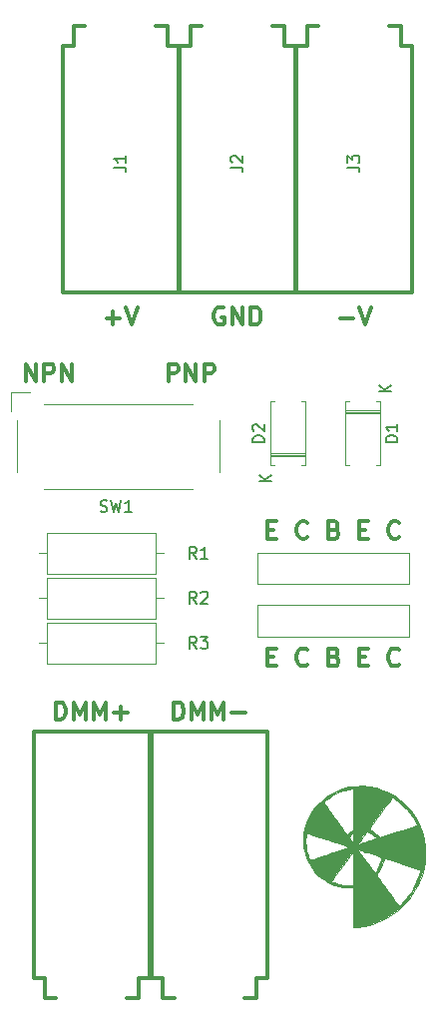
<source format=gto>
%TF.GenerationSoftware,KiCad,Pcbnew,(5.1.8-0-10_14)*%
%TF.CreationDate,2021-07-14T10:20:26+01:00*%
%TF.ProjectId,transistor-matcher,7472616e-7369-4737-946f-722d6d617463,rev?*%
%TF.SameCoordinates,Original*%
%TF.FileFunction,Legend,Top*%
%TF.FilePolarity,Positive*%
%FSLAX46Y46*%
G04 Gerber Fmt 4.6, Leading zero omitted, Abs format (unit mm)*
G04 Created by KiCad (PCBNEW (5.1.8-0-10_14)) date 2021-07-14 10:20:26*
%MOMM*%
%LPD*%
G01*
G04 APERTURE LIST*
%ADD10C,0.300000*%
%ADD11C,0.010000*%
%ADD12C,0.120000*%
%ADD13C,0.150000*%
G04 APERTURE END LIST*
D10*
X96964285Y-96678571D02*
X96964285Y-95178571D01*
X97321428Y-95178571D01*
X97535714Y-95250000D01*
X97678571Y-95392857D01*
X97750000Y-95535714D01*
X97821428Y-95821428D01*
X97821428Y-96035714D01*
X97750000Y-96321428D01*
X97678571Y-96464285D01*
X97535714Y-96607142D01*
X97321428Y-96678571D01*
X96964285Y-96678571D01*
X98464285Y-96678571D02*
X98464285Y-95178571D01*
X98964285Y-96250000D01*
X99464285Y-95178571D01*
X99464285Y-96678571D01*
X100178571Y-96678571D02*
X100178571Y-95178571D01*
X100678571Y-96250000D01*
X101178571Y-95178571D01*
X101178571Y-96678571D01*
X101892857Y-96107142D02*
X103035714Y-96107142D01*
X86964285Y-96678571D02*
X86964285Y-95178571D01*
X87321428Y-95178571D01*
X87535714Y-95250000D01*
X87678571Y-95392857D01*
X87750000Y-95535714D01*
X87821428Y-95821428D01*
X87821428Y-96035714D01*
X87750000Y-96321428D01*
X87678571Y-96464285D01*
X87535714Y-96607142D01*
X87321428Y-96678571D01*
X86964285Y-96678571D01*
X88464285Y-96678571D02*
X88464285Y-95178571D01*
X88964285Y-96250000D01*
X89464285Y-95178571D01*
X89464285Y-96678571D01*
X90178571Y-96678571D02*
X90178571Y-95178571D01*
X90678571Y-96250000D01*
X91178571Y-95178571D01*
X91178571Y-96678571D01*
X91892857Y-96107142D02*
X93035714Y-96107142D01*
X92464285Y-96678571D02*
X92464285Y-95535714D01*
X101219142Y-61734000D02*
X101076285Y-61662571D01*
X100862000Y-61662571D01*
X100647714Y-61734000D01*
X100504857Y-61876857D01*
X100433428Y-62019714D01*
X100362000Y-62305428D01*
X100362000Y-62519714D01*
X100433428Y-62805428D01*
X100504857Y-62948285D01*
X100647714Y-63091142D01*
X100862000Y-63162571D01*
X101004857Y-63162571D01*
X101219142Y-63091142D01*
X101290571Y-63019714D01*
X101290571Y-62519714D01*
X101004857Y-62519714D01*
X101933428Y-63162571D02*
X101933428Y-61662571D01*
X102790571Y-63162571D01*
X102790571Y-61662571D01*
X103504857Y-63162571D02*
X103504857Y-61662571D01*
X103862000Y-61662571D01*
X104076285Y-61734000D01*
X104219142Y-61876857D01*
X104290571Y-62019714D01*
X104362000Y-62305428D01*
X104362000Y-62519714D01*
X104290571Y-62805428D01*
X104219142Y-62948285D01*
X104076285Y-63091142D01*
X103862000Y-63162571D01*
X103504857Y-63162571D01*
X111053714Y-62591142D02*
X112196571Y-62591142D01*
X112696571Y-61662571D02*
X113196571Y-63162571D01*
X113696571Y-61662571D01*
X91241714Y-62591142D02*
X92384571Y-62591142D01*
X91813142Y-63162571D02*
X91813142Y-62019714D01*
X92884571Y-61662571D02*
X93384571Y-63162571D01*
X93884571Y-61662571D01*
X96496428Y-67988571D02*
X96496428Y-66488571D01*
X97067857Y-66488571D01*
X97210714Y-66560000D01*
X97282142Y-66631428D01*
X97353571Y-66774285D01*
X97353571Y-66988571D01*
X97282142Y-67131428D01*
X97210714Y-67202857D01*
X97067857Y-67274285D01*
X96496428Y-67274285D01*
X97996428Y-67988571D02*
X97996428Y-66488571D01*
X98853571Y-67988571D01*
X98853571Y-66488571D01*
X99567857Y-67988571D02*
X99567857Y-66488571D01*
X100139285Y-66488571D01*
X100282142Y-66560000D01*
X100353571Y-66631428D01*
X100425000Y-66774285D01*
X100425000Y-66988571D01*
X100353571Y-67131428D01*
X100282142Y-67202857D01*
X100139285Y-67274285D01*
X99567857Y-67274285D01*
X84395714Y-67988571D02*
X84395714Y-66488571D01*
X85252857Y-67988571D01*
X85252857Y-66488571D01*
X85967142Y-67988571D02*
X85967142Y-66488571D01*
X86538571Y-66488571D01*
X86681428Y-66560000D01*
X86752857Y-66631428D01*
X86824285Y-66774285D01*
X86824285Y-66988571D01*
X86752857Y-67131428D01*
X86681428Y-67202857D01*
X86538571Y-67274285D01*
X85967142Y-67274285D01*
X87467142Y-67988571D02*
X87467142Y-66488571D01*
X88324285Y-67988571D01*
X88324285Y-66488571D01*
X104954285Y-91332857D02*
X105454285Y-91332857D01*
X105668571Y-92118571D02*
X104954285Y-92118571D01*
X104954285Y-90618571D01*
X105668571Y-90618571D01*
X108311428Y-91975714D02*
X108240000Y-92047142D01*
X108025714Y-92118571D01*
X107882857Y-92118571D01*
X107668571Y-92047142D01*
X107525714Y-91904285D01*
X107454285Y-91761428D01*
X107382857Y-91475714D01*
X107382857Y-91261428D01*
X107454285Y-90975714D01*
X107525714Y-90832857D01*
X107668571Y-90690000D01*
X107882857Y-90618571D01*
X108025714Y-90618571D01*
X108240000Y-90690000D01*
X108311428Y-90761428D01*
X110597142Y-91332857D02*
X110811428Y-91404285D01*
X110882857Y-91475714D01*
X110954285Y-91618571D01*
X110954285Y-91832857D01*
X110882857Y-91975714D01*
X110811428Y-92047142D01*
X110668571Y-92118571D01*
X110097142Y-92118571D01*
X110097142Y-90618571D01*
X110597142Y-90618571D01*
X110740000Y-90690000D01*
X110811428Y-90761428D01*
X110882857Y-90904285D01*
X110882857Y-91047142D01*
X110811428Y-91190000D01*
X110740000Y-91261428D01*
X110597142Y-91332857D01*
X110097142Y-91332857D01*
X112740000Y-91332857D02*
X113240000Y-91332857D01*
X113454285Y-92118571D02*
X112740000Y-92118571D01*
X112740000Y-90618571D01*
X113454285Y-90618571D01*
X116097142Y-91975714D02*
X116025714Y-92047142D01*
X115811428Y-92118571D01*
X115668571Y-92118571D01*
X115454285Y-92047142D01*
X115311428Y-91904285D01*
X115239999Y-91761428D01*
X115168571Y-91475714D01*
X115168571Y-91261428D01*
X115239999Y-90975714D01*
X115311428Y-90832857D01*
X115454285Y-90690000D01*
X115668571Y-90618571D01*
X115811428Y-90618571D01*
X116025714Y-90690000D01*
X116097142Y-90761428D01*
X104954285Y-80537857D02*
X105454285Y-80537857D01*
X105668571Y-81323571D02*
X104954285Y-81323571D01*
X104954285Y-79823571D01*
X105668571Y-79823571D01*
X108311428Y-81180714D02*
X108240000Y-81252142D01*
X108025714Y-81323571D01*
X107882857Y-81323571D01*
X107668571Y-81252142D01*
X107525714Y-81109285D01*
X107454285Y-80966428D01*
X107382857Y-80680714D01*
X107382857Y-80466428D01*
X107454285Y-80180714D01*
X107525714Y-80037857D01*
X107668571Y-79895000D01*
X107882857Y-79823571D01*
X108025714Y-79823571D01*
X108240000Y-79895000D01*
X108311428Y-79966428D01*
X110597142Y-80537857D02*
X110811428Y-80609285D01*
X110882857Y-80680714D01*
X110954285Y-80823571D01*
X110954285Y-81037857D01*
X110882857Y-81180714D01*
X110811428Y-81252142D01*
X110668571Y-81323571D01*
X110097142Y-81323571D01*
X110097142Y-79823571D01*
X110597142Y-79823571D01*
X110740000Y-79895000D01*
X110811428Y-79966428D01*
X110882857Y-80109285D01*
X110882857Y-80252142D01*
X110811428Y-80395000D01*
X110740000Y-80466428D01*
X110597142Y-80537857D01*
X110097142Y-80537857D01*
X112740000Y-80537857D02*
X113240000Y-80537857D01*
X113454285Y-81323571D02*
X112740000Y-81323571D01*
X112740000Y-79823571D01*
X113454285Y-79823571D01*
X116097142Y-81180714D02*
X116025714Y-81252142D01*
X115811428Y-81323571D01*
X115668571Y-81323571D01*
X115454285Y-81252142D01*
X115311428Y-81109285D01*
X115239999Y-80966428D01*
X115168571Y-80680714D01*
X115168571Y-80466428D01*
X115239999Y-80180714D01*
X115311428Y-80037857D01*
X115454285Y-79895000D01*
X115668571Y-79823571D01*
X115811428Y-79823571D01*
X116025714Y-79895000D01*
X116097142Y-79966428D01*
%TO.C,J1*%
X95456000Y-37850000D02*
X96456000Y-37850000D01*
X96456000Y-37850000D02*
X96456000Y-39550000D01*
X96456000Y-39550000D02*
X97356000Y-39550000D01*
X97356000Y-39550000D02*
X97356000Y-60450000D01*
X97356000Y-60450000D02*
X87556000Y-60450000D01*
X87556000Y-60450000D02*
X87556000Y-39550000D01*
X87556000Y-39550000D02*
X88456000Y-39550000D01*
X88456000Y-39550000D02*
X88456000Y-37850000D01*
X88456000Y-37850000D02*
X89456000Y-37850000D01*
%TO.C,J2*%
X105362000Y-37850000D02*
X106362000Y-37850000D01*
X106362000Y-37850000D02*
X106362000Y-39550000D01*
X106362000Y-39550000D02*
X107262000Y-39550000D01*
X107262000Y-39550000D02*
X107262000Y-60450000D01*
X107262000Y-60450000D02*
X97462000Y-60450000D01*
X97462000Y-60450000D02*
X97462000Y-39550000D01*
X97462000Y-39550000D02*
X98362000Y-39550000D01*
X98362000Y-39550000D02*
X98362000Y-37850000D01*
X98362000Y-37850000D02*
X99362000Y-37850000D01*
%TO.C,J3*%
X115268000Y-37850000D02*
X116268000Y-37850000D01*
X116268000Y-37850000D02*
X116268000Y-39550000D01*
X116268000Y-39550000D02*
X117168000Y-39550000D01*
X117168000Y-39550000D02*
X117168000Y-60450000D01*
X117168000Y-60450000D02*
X107368000Y-60450000D01*
X107368000Y-60450000D02*
X107368000Y-39550000D01*
X107368000Y-39550000D02*
X108268000Y-39550000D01*
X108268000Y-39550000D02*
X108268000Y-37850000D01*
X108268000Y-37850000D02*
X109268000Y-37850000D01*
%TO.C,J4*%
X87000000Y-120265000D02*
X86000000Y-120265000D01*
X86000000Y-120265000D02*
X86000000Y-118565000D01*
X86000000Y-118565000D02*
X85100000Y-118565000D01*
X85100000Y-118565000D02*
X85100000Y-97665000D01*
X85100000Y-97665000D02*
X94900000Y-97665000D01*
X94900000Y-97665000D02*
X94900000Y-118565000D01*
X94900000Y-118565000D02*
X94000000Y-118565000D01*
X94000000Y-118565000D02*
X94000000Y-120265000D01*
X94000000Y-120265000D02*
X93000000Y-120265000D01*
%TO.C,J7*%
X97000000Y-120250000D02*
X96000000Y-120250000D01*
X96000000Y-120250000D02*
X96000000Y-118550000D01*
X96000000Y-118550000D02*
X95100000Y-118550000D01*
X95100000Y-118550000D02*
X95100000Y-97650000D01*
X95100000Y-97650000D02*
X104900000Y-97650000D01*
X104900000Y-97650000D02*
X104900000Y-118550000D01*
X104900000Y-118550000D02*
X104000000Y-118550000D01*
X104000000Y-118550000D02*
X104000000Y-120250000D01*
X104000000Y-120250000D02*
X103000000Y-120250000D01*
D11*
%TO.C,H1*%
G36*
X113532799Y-102332797D02*
G01*
X114102938Y-102446106D01*
X114450328Y-102547846D01*
X115011868Y-102768058D01*
X115543657Y-103046445D01*
X116041437Y-103378717D01*
X116500951Y-103760585D01*
X116917944Y-104187760D01*
X117288157Y-104655952D01*
X117607334Y-105160872D01*
X117871218Y-105698229D01*
X118047304Y-106172380D01*
X118205433Y-106777990D01*
X118297610Y-107392950D01*
X118324220Y-108012934D01*
X118285649Y-108633615D01*
X118182283Y-109250669D01*
X118014507Y-109859767D01*
X117782707Y-110456585D01*
X117638453Y-110757792D01*
X117307993Y-111332105D01*
X116926498Y-111864309D01*
X116497568Y-112351669D01*
X116024802Y-112791449D01*
X115511799Y-113180913D01*
X114962160Y-113517326D01*
X114379485Y-113797954D01*
X113767372Y-114020060D01*
X113135371Y-114179721D01*
X112897238Y-114224242D01*
X112680809Y-114258760D01*
X112495381Y-114282246D01*
X112350253Y-114293669D01*
X112254720Y-114291998D01*
X112220770Y-114281103D01*
X112215768Y-114243104D01*
X112211091Y-114143944D01*
X112206837Y-113990195D01*
X112203103Y-113788429D01*
X112199988Y-113545218D01*
X112197591Y-113267133D01*
X112196008Y-112960748D01*
X112195338Y-112632634D01*
X112195322Y-112576002D01*
X112195274Y-110896780D01*
X111712722Y-110892638D01*
X111341175Y-110875497D01*
X111008775Y-110827387D01*
X110691985Y-110742995D01*
X110367269Y-110617012D01*
X110247109Y-110561977D01*
X109893619Y-110367184D01*
X110332703Y-110367184D01*
X110363657Y-110399546D01*
X110448241Y-110442674D01*
X110574040Y-110492309D01*
X110728640Y-110544189D01*
X110899625Y-110594054D01*
X111074580Y-110637644D01*
X111191569Y-110661919D01*
X111304299Y-110677182D01*
X111450014Y-110688675D01*
X111613726Y-110696222D01*
X111780450Y-110699648D01*
X111935200Y-110698777D01*
X112062988Y-110693434D01*
X112148830Y-110683443D01*
X112176073Y-110673453D01*
X112180136Y-110636366D01*
X112183512Y-110538660D01*
X112186146Y-110387446D01*
X112187983Y-110189835D01*
X112188968Y-109952938D01*
X112188990Y-109876808D01*
X114184212Y-109876808D01*
X114218205Y-109927566D01*
X114285793Y-110023435D01*
X114382204Y-110157923D01*
X114502668Y-110324541D01*
X114642412Y-110516797D01*
X114796664Y-110728201D01*
X114960654Y-110952263D01*
X115129610Y-111182492D01*
X115298759Y-111412397D01*
X115463332Y-111635489D01*
X115618555Y-111845276D01*
X115759657Y-112035269D01*
X115881867Y-112198976D01*
X115980414Y-112329907D01*
X116050525Y-112421572D01*
X116087429Y-112467480D01*
X116091790Y-112471580D01*
X116123503Y-112448507D01*
X116190449Y-112386237D01*
X116281757Y-112295191D01*
X116354667Y-112219581D01*
X116786587Y-111720052D01*
X117161763Y-111191747D01*
X117477562Y-110639158D01*
X117731351Y-110066778D01*
X117884822Y-109608586D01*
X117943801Y-109404126D01*
X116389878Y-108900716D01*
X116079962Y-108800662D01*
X115790171Y-108707777D01*
X115526769Y-108624020D01*
X115296022Y-108551351D01*
X115104195Y-108491732D01*
X114957551Y-108447122D01*
X114862357Y-108419482D01*
X114824877Y-108410772D01*
X114824586Y-108410910D01*
X114811475Y-108448162D01*
X114787607Y-108533500D01*
X114757938Y-108649123D01*
X114755308Y-108659773D01*
X114654430Y-108970344D01*
X114505668Y-109290898D01*
X114319984Y-109597874D01*
X114316520Y-109602914D01*
X114233843Y-109732934D01*
X114188680Y-109826999D01*
X114184212Y-109876808D01*
X112188990Y-109876808D01*
X112189046Y-109683866D01*
X112188163Y-109389731D01*
X112187275Y-109224266D01*
X112178437Y-107795206D01*
X111255570Y-109064363D01*
X111067767Y-109323342D01*
X110892790Y-109565996D01*
X110734580Y-109786763D01*
X110597076Y-109980082D01*
X110484220Y-110140389D01*
X110399949Y-110262123D01*
X110348206Y-110339721D01*
X110332703Y-110367184D01*
X109893619Y-110367184D01*
X109789362Y-110309733D01*
X109378453Y-110011089D01*
X109016184Y-109670231D01*
X108704354Y-109291349D01*
X108444764Y-108878632D01*
X108239213Y-108436268D01*
X108089504Y-107968446D01*
X107997434Y-107479354D01*
X107964806Y-106973182D01*
X107969578Y-106886606D01*
X108166040Y-106886606D01*
X108170288Y-107089717D01*
X108182356Y-107293850D01*
X108202548Y-107487932D01*
X108215803Y-107577847D01*
X108253645Y-107775690D01*
X108300452Y-107972236D01*
X108352665Y-108156977D01*
X108406725Y-108319402D01*
X108459073Y-108449002D01*
X108506151Y-108535270D01*
X108544400Y-108567694D01*
X108550681Y-108566792D01*
X108589518Y-108553867D01*
X108686456Y-108522119D01*
X108835162Y-108473609D01*
X109029305Y-108410398D01*
X109262551Y-108334545D01*
X109528568Y-108248111D01*
X109821023Y-108153157D01*
X110133584Y-108051741D01*
X110180303Y-108036588D01*
X110494370Y-107934537D01*
X110788478Y-107838606D01*
X111056409Y-107750848D01*
X111291946Y-107673318D01*
X111297776Y-107671386D01*
X112576634Y-107671386D01*
X113289339Y-108649948D01*
X113454589Y-108875176D01*
X113608278Y-109081463D01*
X113745701Y-109262735D01*
X113862152Y-109412918D01*
X113952926Y-109525937D01*
X114013317Y-109595721D01*
X114038171Y-109616469D01*
X114073250Y-109584181D01*
X114133008Y-109509809D01*
X114205585Y-109408300D01*
X114218564Y-109389093D01*
X114323353Y-109211580D01*
X114421924Y-109006847D01*
X114505400Y-108796709D01*
X114564905Y-108602981D01*
X114588726Y-108479385D01*
X114607183Y-108322914D01*
X113934677Y-108106305D01*
X113705046Y-108032407D01*
X113471598Y-107957393D01*
X113251412Y-107886744D01*
X113061567Y-107825939D01*
X112919402Y-107780541D01*
X112576634Y-107671386D01*
X111297776Y-107671386D01*
X111488873Y-107608067D01*
X111640972Y-107557151D01*
X111742027Y-107522623D01*
X111785819Y-107506537D01*
X111787088Y-107505820D01*
X111792183Y-107485269D01*
X111767795Y-107458427D01*
X111710066Y-107423828D01*
X111615136Y-107380004D01*
X111479145Y-107325489D01*
X111298233Y-107258816D01*
X111229433Y-107234764D01*
X112601770Y-107234764D01*
X112632184Y-107228074D01*
X112716377Y-107203633D01*
X112843777Y-107164823D01*
X113003811Y-107115026D01*
X113185905Y-107057625D01*
X113379487Y-106996000D01*
X113573983Y-106933535D01*
X113758822Y-106873611D01*
X113923429Y-106819609D01*
X114057233Y-106774913D01*
X114149660Y-106742903D01*
X114190137Y-106726962D01*
X114190814Y-106726481D01*
X114182953Y-106693207D01*
X114129400Y-106632218D01*
X114041466Y-106552382D01*
X113930464Y-106462566D01*
X113807706Y-106371640D01*
X113684504Y-106288470D01*
X113572170Y-106221925D01*
X113506885Y-106190327D01*
X113387583Y-106140479D01*
X112994676Y-106681394D01*
X112874327Y-106847680D01*
X112768881Y-106994524D01*
X112684366Y-107113437D01*
X112626809Y-107195929D01*
X112602238Y-107233510D01*
X112601770Y-107234764D01*
X111229433Y-107234764D01*
X111068542Y-107178518D01*
X110786212Y-107083127D01*
X110447382Y-106971178D01*
X110048194Y-106841203D01*
X109982454Y-106819926D01*
X109657807Y-106715184D01*
X109503589Y-106665679D01*
X111847685Y-106665679D01*
X112012663Y-106893163D01*
X112089167Y-106997287D01*
X112149145Y-107076356D01*
X112182800Y-107117548D01*
X112186506Y-107120647D01*
X112189795Y-107088871D01*
X112192532Y-107001905D01*
X112194465Y-106872290D01*
X112195343Y-106712570D01*
X112195370Y-106678074D01*
X112195370Y-106235501D01*
X112099367Y-106303861D01*
X112024153Y-106376673D01*
X111948985Y-106478585D01*
X111925525Y-106518950D01*
X111847685Y-106665679D01*
X109503589Y-106665679D01*
X109352065Y-106617039D01*
X109071389Y-106527437D01*
X108821937Y-106448318D01*
X108609870Y-106381626D01*
X108441346Y-106329303D01*
X108322526Y-106293293D01*
X108259569Y-106275537D01*
X108251505Y-106273980D01*
X108221196Y-106305868D01*
X108197192Y-106394149D01*
X108179796Y-106527748D01*
X108169311Y-106695592D01*
X108166040Y-106886606D01*
X107969578Y-106886606D01*
X107993419Y-106454116D01*
X108085074Y-105926348D01*
X108149159Y-105680911D01*
X108319546Y-105207189D01*
X108550736Y-104744467D01*
X108835832Y-104301604D01*
X109167936Y-103887458D01*
X109380936Y-103671966D01*
X109689236Y-103671966D01*
X109708330Y-103702525D01*
X109762582Y-103781436D01*
X109847444Y-103902383D01*
X109958373Y-104059051D01*
X110090822Y-104245124D01*
X110240245Y-104454287D01*
X110402096Y-104680225D01*
X110571831Y-104916623D01*
X110744903Y-105157164D01*
X110916766Y-105395535D01*
X111082874Y-105625419D01*
X111238683Y-105840501D01*
X111379646Y-106034466D01*
X111501217Y-106200998D01*
X111598851Y-106333782D01*
X111668002Y-106426503D01*
X111704124Y-106472845D01*
X111708269Y-106476984D01*
X111727407Y-106451703D01*
X111771507Y-106387288D01*
X111799665Y-106345066D01*
X111880874Y-106245933D01*
X111987776Y-106144247D01*
X112041232Y-106102258D01*
X112195370Y-105991565D01*
X112195370Y-105963255D01*
X113516000Y-105963255D01*
X113739734Y-106088375D01*
X113873450Y-106174002D01*
X114024644Y-106287273D01*
X114164534Y-106406354D01*
X114188552Y-106428877D01*
X114290272Y-106523562D01*
X114374758Y-106597301D01*
X114429571Y-106639467D01*
X114441928Y-106645387D01*
X114478850Y-106635445D01*
X114573818Y-106606504D01*
X114720487Y-106560586D01*
X114912513Y-106499709D01*
X115143553Y-106425896D01*
X115407261Y-106341165D01*
X115697295Y-106247537D01*
X116007310Y-106147033D01*
X116029544Y-106139809D01*
X116340287Y-106038631D01*
X116631013Y-105943583D01*
X116895443Y-105856744D01*
X117127296Y-105780196D01*
X117320291Y-105716019D01*
X117468148Y-105666294D01*
X117564587Y-105633103D01*
X117603328Y-105618525D01*
X117603729Y-105618243D01*
X117598675Y-105579121D01*
X117562267Y-105493714D01*
X117500086Y-105372514D01*
X117417712Y-105226015D01*
X117320724Y-105064709D01*
X117250088Y-104953180D01*
X117014631Y-104619980D01*
X116746620Y-104292856D01*
X116466721Y-103996299D01*
X116349688Y-103885935D01*
X116214975Y-103768804D01*
X116067698Y-103648806D01*
X115918225Y-103533465D01*
X115776926Y-103430307D01*
X115654167Y-103346854D01*
X115560318Y-103290632D01*
X115505746Y-103269164D01*
X115500508Y-103269687D01*
X115474821Y-103298168D01*
X115413985Y-103375199D01*
X115322631Y-103494507D01*
X115205394Y-103649824D01*
X115066907Y-103834879D01*
X114911804Y-104043402D01*
X114744717Y-104269123D01*
X114570280Y-104505771D01*
X114393127Y-104747077D01*
X114217891Y-104986771D01*
X114049205Y-105218581D01*
X113891703Y-105436239D01*
X113750017Y-105633474D01*
X113651780Y-105771484D01*
X113516000Y-105963255D01*
X112195370Y-105963255D01*
X112195370Y-104253172D01*
X112194759Y-103811000D01*
X112192911Y-103435497D01*
X112189804Y-103125608D01*
X112185419Y-102880279D01*
X112179732Y-102698458D01*
X112172723Y-102579089D01*
X112164371Y-102521119D01*
X112160075Y-102514780D01*
X112111907Y-102521093D01*
X112016219Y-102537811D01*
X111891816Y-102561610D01*
X111863742Y-102567208D01*
X111367210Y-102696852D01*
X110878865Y-102881923D01*
X110418896Y-103114210D01*
X110222388Y-103234663D01*
X110044745Y-103355135D01*
X109894727Y-103466063D01*
X109780284Y-103560928D01*
X109709363Y-103633211D01*
X109689236Y-103671966D01*
X109380936Y-103671966D01*
X109540152Y-103510888D01*
X109945582Y-103180754D01*
X110254689Y-102976481D01*
X110757065Y-102714393D01*
X111284228Y-102513492D01*
X111830779Y-102374331D01*
X112391323Y-102297460D01*
X112960462Y-102283432D01*
X113532799Y-102332797D01*
G37*
X113532799Y-102332797D02*
X114102938Y-102446106D01*
X114450328Y-102547846D01*
X115011868Y-102768058D01*
X115543657Y-103046445D01*
X116041437Y-103378717D01*
X116500951Y-103760585D01*
X116917944Y-104187760D01*
X117288157Y-104655952D01*
X117607334Y-105160872D01*
X117871218Y-105698229D01*
X118047304Y-106172380D01*
X118205433Y-106777990D01*
X118297610Y-107392950D01*
X118324220Y-108012934D01*
X118285649Y-108633615D01*
X118182283Y-109250669D01*
X118014507Y-109859767D01*
X117782707Y-110456585D01*
X117638453Y-110757792D01*
X117307993Y-111332105D01*
X116926498Y-111864309D01*
X116497568Y-112351669D01*
X116024802Y-112791449D01*
X115511799Y-113180913D01*
X114962160Y-113517326D01*
X114379485Y-113797954D01*
X113767372Y-114020060D01*
X113135371Y-114179721D01*
X112897238Y-114224242D01*
X112680809Y-114258760D01*
X112495381Y-114282246D01*
X112350253Y-114293669D01*
X112254720Y-114291998D01*
X112220770Y-114281103D01*
X112215768Y-114243104D01*
X112211091Y-114143944D01*
X112206837Y-113990195D01*
X112203103Y-113788429D01*
X112199988Y-113545218D01*
X112197591Y-113267133D01*
X112196008Y-112960748D01*
X112195338Y-112632634D01*
X112195322Y-112576002D01*
X112195274Y-110896780D01*
X111712722Y-110892638D01*
X111341175Y-110875497D01*
X111008775Y-110827387D01*
X110691985Y-110742995D01*
X110367269Y-110617012D01*
X110247109Y-110561977D01*
X109893619Y-110367184D01*
X110332703Y-110367184D01*
X110363657Y-110399546D01*
X110448241Y-110442674D01*
X110574040Y-110492309D01*
X110728640Y-110544189D01*
X110899625Y-110594054D01*
X111074580Y-110637644D01*
X111191569Y-110661919D01*
X111304299Y-110677182D01*
X111450014Y-110688675D01*
X111613726Y-110696222D01*
X111780450Y-110699648D01*
X111935200Y-110698777D01*
X112062988Y-110693434D01*
X112148830Y-110683443D01*
X112176073Y-110673453D01*
X112180136Y-110636366D01*
X112183512Y-110538660D01*
X112186146Y-110387446D01*
X112187983Y-110189835D01*
X112188968Y-109952938D01*
X112188990Y-109876808D01*
X114184212Y-109876808D01*
X114218205Y-109927566D01*
X114285793Y-110023435D01*
X114382204Y-110157923D01*
X114502668Y-110324541D01*
X114642412Y-110516797D01*
X114796664Y-110728201D01*
X114960654Y-110952263D01*
X115129610Y-111182492D01*
X115298759Y-111412397D01*
X115463332Y-111635489D01*
X115618555Y-111845276D01*
X115759657Y-112035269D01*
X115881867Y-112198976D01*
X115980414Y-112329907D01*
X116050525Y-112421572D01*
X116087429Y-112467480D01*
X116091790Y-112471580D01*
X116123503Y-112448507D01*
X116190449Y-112386237D01*
X116281757Y-112295191D01*
X116354667Y-112219581D01*
X116786587Y-111720052D01*
X117161763Y-111191747D01*
X117477562Y-110639158D01*
X117731351Y-110066778D01*
X117884822Y-109608586D01*
X117943801Y-109404126D01*
X116389878Y-108900716D01*
X116079962Y-108800662D01*
X115790171Y-108707777D01*
X115526769Y-108624020D01*
X115296022Y-108551351D01*
X115104195Y-108491732D01*
X114957551Y-108447122D01*
X114862357Y-108419482D01*
X114824877Y-108410772D01*
X114824586Y-108410910D01*
X114811475Y-108448162D01*
X114787607Y-108533500D01*
X114757938Y-108649123D01*
X114755308Y-108659773D01*
X114654430Y-108970344D01*
X114505668Y-109290898D01*
X114319984Y-109597874D01*
X114316520Y-109602914D01*
X114233843Y-109732934D01*
X114188680Y-109826999D01*
X114184212Y-109876808D01*
X112188990Y-109876808D01*
X112189046Y-109683866D01*
X112188163Y-109389731D01*
X112187275Y-109224266D01*
X112178437Y-107795206D01*
X111255570Y-109064363D01*
X111067767Y-109323342D01*
X110892790Y-109565996D01*
X110734580Y-109786763D01*
X110597076Y-109980082D01*
X110484220Y-110140389D01*
X110399949Y-110262123D01*
X110348206Y-110339721D01*
X110332703Y-110367184D01*
X109893619Y-110367184D01*
X109789362Y-110309733D01*
X109378453Y-110011089D01*
X109016184Y-109670231D01*
X108704354Y-109291349D01*
X108444764Y-108878632D01*
X108239213Y-108436268D01*
X108089504Y-107968446D01*
X107997434Y-107479354D01*
X107964806Y-106973182D01*
X107969578Y-106886606D01*
X108166040Y-106886606D01*
X108170288Y-107089717D01*
X108182356Y-107293850D01*
X108202548Y-107487932D01*
X108215803Y-107577847D01*
X108253645Y-107775690D01*
X108300452Y-107972236D01*
X108352665Y-108156977D01*
X108406725Y-108319402D01*
X108459073Y-108449002D01*
X108506151Y-108535270D01*
X108544400Y-108567694D01*
X108550681Y-108566792D01*
X108589518Y-108553867D01*
X108686456Y-108522119D01*
X108835162Y-108473609D01*
X109029305Y-108410398D01*
X109262551Y-108334545D01*
X109528568Y-108248111D01*
X109821023Y-108153157D01*
X110133584Y-108051741D01*
X110180303Y-108036588D01*
X110494370Y-107934537D01*
X110788478Y-107838606D01*
X111056409Y-107750848D01*
X111291946Y-107673318D01*
X111297776Y-107671386D01*
X112576634Y-107671386D01*
X113289339Y-108649948D01*
X113454589Y-108875176D01*
X113608278Y-109081463D01*
X113745701Y-109262735D01*
X113862152Y-109412918D01*
X113952926Y-109525937D01*
X114013317Y-109595721D01*
X114038171Y-109616469D01*
X114073250Y-109584181D01*
X114133008Y-109509809D01*
X114205585Y-109408300D01*
X114218564Y-109389093D01*
X114323353Y-109211580D01*
X114421924Y-109006847D01*
X114505400Y-108796709D01*
X114564905Y-108602981D01*
X114588726Y-108479385D01*
X114607183Y-108322914D01*
X113934677Y-108106305D01*
X113705046Y-108032407D01*
X113471598Y-107957393D01*
X113251412Y-107886744D01*
X113061567Y-107825939D01*
X112919402Y-107780541D01*
X112576634Y-107671386D01*
X111297776Y-107671386D01*
X111488873Y-107608067D01*
X111640972Y-107557151D01*
X111742027Y-107522623D01*
X111785819Y-107506537D01*
X111787088Y-107505820D01*
X111792183Y-107485269D01*
X111767795Y-107458427D01*
X111710066Y-107423828D01*
X111615136Y-107380004D01*
X111479145Y-107325489D01*
X111298233Y-107258816D01*
X111229433Y-107234764D01*
X112601770Y-107234764D01*
X112632184Y-107228074D01*
X112716377Y-107203633D01*
X112843777Y-107164823D01*
X113003811Y-107115026D01*
X113185905Y-107057625D01*
X113379487Y-106996000D01*
X113573983Y-106933535D01*
X113758822Y-106873611D01*
X113923429Y-106819609D01*
X114057233Y-106774913D01*
X114149660Y-106742903D01*
X114190137Y-106726962D01*
X114190814Y-106726481D01*
X114182953Y-106693207D01*
X114129400Y-106632218D01*
X114041466Y-106552382D01*
X113930464Y-106462566D01*
X113807706Y-106371640D01*
X113684504Y-106288470D01*
X113572170Y-106221925D01*
X113506885Y-106190327D01*
X113387583Y-106140479D01*
X112994676Y-106681394D01*
X112874327Y-106847680D01*
X112768881Y-106994524D01*
X112684366Y-107113437D01*
X112626809Y-107195929D01*
X112602238Y-107233510D01*
X112601770Y-107234764D01*
X111229433Y-107234764D01*
X111068542Y-107178518D01*
X110786212Y-107083127D01*
X110447382Y-106971178D01*
X110048194Y-106841203D01*
X109982454Y-106819926D01*
X109657807Y-106715184D01*
X109503589Y-106665679D01*
X111847685Y-106665679D01*
X112012663Y-106893163D01*
X112089167Y-106997287D01*
X112149145Y-107076356D01*
X112182800Y-107117548D01*
X112186506Y-107120647D01*
X112189795Y-107088871D01*
X112192532Y-107001905D01*
X112194465Y-106872290D01*
X112195343Y-106712570D01*
X112195370Y-106678074D01*
X112195370Y-106235501D01*
X112099367Y-106303861D01*
X112024153Y-106376673D01*
X111948985Y-106478585D01*
X111925525Y-106518950D01*
X111847685Y-106665679D01*
X109503589Y-106665679D01*
X109352065Y-106617039D01*
X109071389Y-106527437D01*
X108821937Y-106448318D01*
X108609870Y-106381626D01*
X108441346Y-106329303D01*
X108322526Y-106293293D01*
X108259569Y-106275537D01*
X108251505Y-106273980D01*
X108221196Y-106305868D01*
X108197192Y-106394149D01*
X108179796Y-106527748D01*
X108169311Y-106695592D01*
X108166040Y-106886606D01*
X107969578Y-106886606D01*
X107993419Y-106454116D01*
X108085074Y-105926348D01*
X108149159Y-105680911D01*
X108319546Y-105207189D01*
X108550736Y-104744467D01*
X108835832Y-104301604D01*
X109167936Y-103887458D01*
X109380936Y-103671966D01*
X109689236Y-103671966D01*
X109708330Y-103702525D01*
X109762582Y-103781436D01*
X109847444Y-103902383D01*
X109958373Y-104059051D01*
X110090822Y-104245124D01*
X110240245Y-104454287D01*
X110402096Y-104680225D01*
X110571831Y-104916623D01*
X110744903Y-105157164D01*
X110916766Y-105395535D01*
X111082874Y-105625419D01*
X111238683Y-105840501D01*
X111379646Y-106034466D01*
X111501217Y-106200998D01*
X111598851Y-106333782D01*
X111668002Y-106426503D01*
X111704124Y-106472845D01*
X111708269Y-106476984D01*
X111727407Y-106451703D01*
X111771507Y-106387288D01*
X111799665Y-106345066D01*
X111880874Y-106245933D01*
X111987776Y-106144247D01*
X112041232Y-106102258D01*
X112195370Y-105991565D01*
X112195370Y-105963255D01*
X113516000Y-105963255D01*
X113739734Y-106088375D01*
X113873450Y-106174002D01*
X114024644Y-106287273D01*
X114164534Y-106406354D01*
X114188552Y-106428877D01*
X114290272Y-106523562D01*
X114374758Y-106597301D01*
X114429571Y-106639467D01*
X114441928Y-106645387D01*
X114478850Y-106635445D01*
X114573818Y-106606504D01*
X114720487Y-106560586D01*
X114912513Y-106499709D01*
X115143553Y-106425896D01*
X115407261Y-106341165D01*
X115697295Y-106247537D01*
X116007310Y-106147033D01*
X116029544Y-106139809D01*
X116340287Y-106038631D01*
X116631013Y-105943583D01*
X116895443Y-105856744D01*
X117127296Y-105780196D01*
X117320291Y-105716019D01*
X117468148Y-105666294D01*
X117564587Y-105633103D01*
X117603328Y-105618525D01*
X117603729Y-105618243D01*
X117598675Y-105579121D01*
X117562267Y-105493714D01*
X117500086Y-105372514D01*
X117417712Y-105226015D01*
X117320724Y-105064709D01*
X117250088Y-104953180D01*
X117014631Y-104619980D01*
X116746620Y-104292856D01*
X116466721Y-103996299D01*
X116349688Y-103885935D01*
X116214975Y-103768804D01*
X116067698Y-103648806D01*
X115918225Y-103533465D01*
X115776926Y-103430307D01*
X115654167Y-103346854D01*
X115560318Y-103290632D01*
X115505746Y-103269164D01*
X115500508Y-103269687D01*
X115474821Y-103298168D01*
X115413985Y-103375199D01*
X115322631Y-103494507D01*
X115205394Y-103649824D01*
X115066907Y-103834879D01*
X114911804Y-104043402D01*
X114744717Y-104269123D01*
X114570280Y-104505771D01*
X114393127Y-104747077D01*
X114217891Y-104986771D01*
X114049205Y-105218581D01*
X113891703Y-105436239D01*
X113750017Y-105633474D01*
X113651780Y-105771484D01*
X113516000Y-105963255D01*
X112195370Y-105963255D01*
X112195370Y-104253172D01*
X112194759Y-103811000D01*
X112192911Y-103435497D01*
X112189804Y-103125608D01*
X112185419Y-102880279D01*
X112179732Y-102698458D01*
X112172723Y-102579089D01*
X112164371Y-102521119D01*
X112160075Y-102514780D01*
X112111907Y-102521093D01*
X112016219Y-102537811D01*
X111891816Y-102561610D01*
X111863742Y-102567208D01*
X111367210Y-102696852D01*
X110878865Y-102881923D01*
X110418896Y-103114210D01*
X110222388Y-103234663D01*
X110044745Y-103355135D01*
X109894727Y-103466063D01*
X109780284Y-103560928D01*
X109709363Y-103633211D01*
X109689236Y-103671966D01*
X109380936Y-103671966D01*
X109540152Y-103510888D01*
X109945582Y-103180754D01*
X110254689Y-102976481D01*
X110757065Y-102714393D01*
X111284228Y-102513492D01*
X111830779Y-102374331D01*
X112391323Y-102297460D01*
X112960462Y-102283432D01*
X113532799Y-102332797D01*
D12*
%TO.C,D1*%
X114500000Y-70450000D02*
X111560000Y-70450000D01*
X114500000Y-70690000D02*
X111560000Y-70690000D01*
X114500000Y-70570000D02*
X111560000Y-70570000D01*
X111560000Y-75110000D02*
X111890000Y-75110000D01*
X111560000Y-69670000D02*
X111560000Y-75110000D01*
X111890000Y-69670000D02*
X111560000Y-69670000D01*
X114500000Y-75110000D02*
X114170000Y-75110000D01*
X114500000Y-69670000D02*
X114500000Y-75110000D01*
X114170000Y-69670000D02*
X114500000Y-69670000D01*
%TO.C,D2*%
X105540000Y-75110000D02*
X105210000Y-75110000D01*
X105210000Y-75110000D02*
X105210000Y-69670000D01*
X105210000Y-69670000D02*
X105540000Y-69670000D01*
X107820000Y-75110000D02*
X108150000Y-75110000D01*
X108150000Y-75110000D02*
X108150000Y-69670000D01*
X108150000Y-69670000D02*
X107820000Y-69670000D01*
X105210000Y-74210000D02*
X108150000Y-74210000D01*
X105210000Y-74090000D02*
X108150000Y-74090000D01*
X105210000Y-74330000D02*
X108150000Y-74330000D01*
%TO.C,J5*%
X116900000Y-85150000D02*
X104080000Y-85150000D01*
X104080000Y-82490000D02*
X104080000Y-85150000D01*
X116900000Y-82490000D02*
X104080000Y-82490000D01*
X116900000Y-82490000D02*
X116900000Y-85150000D01*
%TO.C,J6*%
X116900000Y-86935000D02*
X116900000Y-89595000D01*
X116900000Y-86935000D02*
X104080000Y-86935000D01*
X104080000Y-86935000D02*
X104080000Y-89595000D01*
X116900000Y-89595000D02*
X104080000Y-89595000D01*
%TO.C,R1*%
X85495000Y-82550000D02*
X86185000Y-82550000D01*
X96115000Y-82550000D02*
X95425000Y-82550000D01*
X86185000Y-84270000D02*
X95425000Y-84270000D01*
X86185000Y-80830000D02*
X86185000Y-84270000D01*
X95425000Y-80830000D02*
X86185000Y-80830000D01*
X95425000Y-84270000D02*
X95425000Y-80830000D01*
%TO.C,R2*%
X95425000Y-88080000D02*
X95425000Y-84640000D01*
X95425000Y-84640000D02*
X86185000Y-84640000D01*
X86185000Y-84640000D02*
X86185000Y-88080000D01*
X86185000Y-88080000D02*
X95425000Y-88080000D01*
X96115000Y-86360000D02*
X95425000Y-86360000D01*
X85495000Y-86360000D02*
X86185000Y-86360000D01*
%TO.C,R3*%
X85495000Y-90170000D02*
X86185000Y-90170000D01*
X96115000Y-90170000D02*
X95425000Y-90170000D01*
X86185000Y-91890000D02*
X95425000Y-91890000D01*
X86185000Y-88450000D02*
X86185000Y-91890000D01*
X95425000Y-88450000D02*
X86185000Y-88450000D01*
X95425000Y-91890000D02*
X95425000Y-88450000D01*
%TO.C,SW1*%
X83165000Y-68885000D02*
X83165000Y-70485000D01*
X84765000Y-68885000D02*
X83165000Y-68885000D01*
X85965000Y-69885000D02*
X98565000Y-69885000D01*
X100865000Y-71285000D02*
X100865000Y-75685000D01*
X98565000Y-77085000D02*
X85965000Y-77085000D01*
X83665000Y-75685000D02*
X83665000Y-71285000D01*
%TO.C,J1*%
D13*
X91908380Y-49803333D02*
X92622666Y-49803333D01*
X92765523Y-49850952D01*
X92860761Y-49946190D01*
X92908380Y-50089047D01*
X92908380Y-50184285D01*
X92908380Y-48803333D02*
X92908380Y-49374761D01*
X92908380Y-49089047D02*
X91908380Y-49089047D01*
X92051238Y-49184285D01*
X92146476Y-49279523D01*
X92194095Y-49374761D01*
%TO.C,J2*%
X101814380Y-49803333D02*
X102528666Y-49803333D01*
X102671523Y-49850952D01*
X102766761Y-49946190D01*
X102814380Y-50089047D01*
X102814380Y-50184285D01*
X101909619Y-49374761D02*
X101862000Y-49327142D01*
X101814380Y-49231904D01*
X101814380Y-48993809D01*
X101862000Y-48898571D01*
X101909619Y-48850952D01*
X102004857Y-48803333D01*
X102100095Y-48803333D01*
X102242952Y-48850952D01*
X102814380Y-49422380D01*
X102814380Y-48803333D01*
%TO.C,J3*%
X111720380Y-49803333D02*
X112434666Y-49803333D01*
X112577523Y-49850952D01*
X112672761Y-49946190D01*
X112720380Y-50089047D01*
X112720380Y-50184285D01*
X111720380Y-49422380D02*
X111720380Y-48803333D01*
X112101333Y-49136666D01*
X112101333Y-48993809D01*
X112148952Y-48898571D01*
X112196571Y-48850952D01*
X112291809Y-48803333D01*
X112529904Y-48803333D01*
X112625142Y-48850952D01*
X112672761Y-48898571D01*
X112720380Y-48993809D01*
X112720380Y-49279523D01*
X112672761Y-49374761D01*
X112625142Y-49422380D01*
%TO.C,D1*%
X115952380Y-73128095D02*
X114952380Y-73128095D01*
X114952380Y-72890000D01*
X115000000Y-72747142D01*
X115095238Y-72651904D01*
X115190476Y-72604285D01*
X115380952Y-72556666D01*
X115523809Y-72556666D01*
X115714285Y-72604285D01*
X115809523Y-72651904D01*
X115904761Y-72747142D01*
X115952380Y-72890000D01*
X115952380Y-73128095D01*
X115952380Y-71604285D02*
X115952380Y-72175714D01*
X115952380Y-71890000D02*
X114952380Y-71890000D01*
X115095238Y-71985238D01*
X115190476Y-72080476D01*
X115238095Y-72175714D01*
X115382380Y-68841904D02*
X114382380Y-68841904D01*
X115382380Y-68270476D02*
X114810952Y-68699047D01*
X114382380Y-68270476D02*
X114953809Y-68841904D01*
%TO.C,D2*%
X104662380Y-73128095D02*
X103662380Y-73128095D01*
X103662380Y-72890000D01*
X103710000Y-72747142D01*
X103805238Y-72651904D01*
X103900476Y-72604285D01*
X104090952Y-72556666D01*
X104233809Y-72556666D01*
X104424285Y-72604285D01*
X104519523Y-72651904D01*
X104614761Y-72747142D01*
X104662380Y-72890000D01*
X104662380Y-73128095D01*
X103757619Y-72175714D02*
X103710000Y-72128095D01*
X103662380Y-72032857D01*
X103662380Y-71794761D01*
X103710000Y-71699523D01*
X103757619Y-71651904D01*
X103852857Y-71604285D01*
X103948095Y-71604285D01*
X104090952Y-71651904D01*
X104662380Y-72223333D01*
X104662380Y-71604285D01*
X105232380Y-76461904D02*
X104232380Y-76461904D01*
X105232380Y-75890476D02*
X104660952Y-76319047D01*
X104232380Y-75890476D02*
X104803809Y-76461904D01*
%TO.C,R1*%
X98893333Y-83002380D02*
X98560000Y-82526190D01*
X98321904Y-83002380D02*
X98321904Y-82002380D01*
X98702857Y-82002380D01*
X98798095Y-82050000D01*
X98845714Y-82097619D01*
X98893333Y-82192857D01*
X98893333Y-82335714D01*
X98845714Y-82430952D01*
X98798095Y-82478571D01*
X98702857Y-82526190D01*
X98321904Y-82526190D01*
X99845714Y-83002380D02*
X99274285Y-83002380D01*
X99560000Y-83002380D02*
X99560000Y-82002380D01*
X99464761Y-82145238D01*
X99369523Y-82240476D01*
X99274285Y-82288095D01*
%TO.C,R2*%
X98893333Y-86812380D02*
X98560000Y-86336190D01*
X98321904Y-86812380D02*
X98321904Y-85812380D01*
X98702857Y-85812380D01*
X98798095Y-85860000D01*
X98845714Y-85907619D01*
X98893333Y-86002857D01*
X98893333Y-86145714D01*
X98845714Y-86240952D01*
X98798095Y-86288571D01*
X98702857Y-86336190D01*
X98321904Y-86336190D01*
X99274285Y-85907619D02*
X99321904Y-85860000D01*
X99417142Y-85812380D01*
X99655238Y-85812380D01*
X99750476Y-85860000D01*
X99798095Y-85907619D01*
X99845714Y-86002857D01*
X99845714Y-86098095D01*
X99798095Y-86240952D01*
X99226666Y-86812380D01*
X99845714Y-86812380D01*
%TO.C,R3*%
X98893333Y-90622380D02*
X98560000Y-90146190D01*
X98321904Y-90622380D02*
X98321904Y-89622380D01*
X98702857Y-89622380D01*
X98798095Y-89670000D01*
X98845714Y-89717619D01*
X98893333Y-89812857D01*
X98893333Y-89955714D01*
X98845714Y-90050952D01*
X98798095Y-90098571D01*
X98702857Y-90146190D01*
X98321904Y-90146190D01*
X99226666Y-89622380D02*
X99845714Y-89622380D01*
X99512380Y-90003333D01*
X99655238Y-90003333D01*
X99750476Y-90050952D01*
X99798095Y-90098571D01*
X99845714Y-90193809D01*
X99845714Y-90431904D01*
X99798095Y-90527142D01*
X99750476Y-90574761D01*
X99655238Y-90622380D01*
X99369523Y-90622380D01*
X99274285Y-90574761D01*
X99226666Y-90527142D01*
%TO.C,SW1*%
X90741666Y-78989761D02*
X90884523Y-79037380D01*
X91122619Y-79037380D01*
X91217857Y-78989761D01*
X91265476Y-78942142D01*
X91313095Y-78846904D01*
X91313095Y-78751666D01*
X91265476Y-78656428D01*
X91217857Y-78608809D01*
X91122619Y-78561190D01*
X90932142Y-78513571D01*
X90836904Y-78465952D01*
X90789285Y-78418333D01*
X90741666Y-78323095D01*
X90741666Y-78227857D01*
X90789285Y-78132619D01*
X90836904Y-78085000D01*
X90932142Y-78037380D01*
X91170238Y-78037380D01*
X91313095Y-78085000D01*
X91646428Y-78037380D02*
X91884523Y-79037380D01*
X92075000Y-78323095D01*
X92265476Y-79037380D01*
X92503571Y-78037380D01*
X93408333Y-79037380D02*
X92836904Y-79037380D01*
X93122619Y-79037380D02*
X93122619Y-78037380D01*
X93027380Y-78180238D01*
X92932142Y-78275476D01*
X92836904Y-78323095D01*
%TD*%
M02*

</source>
